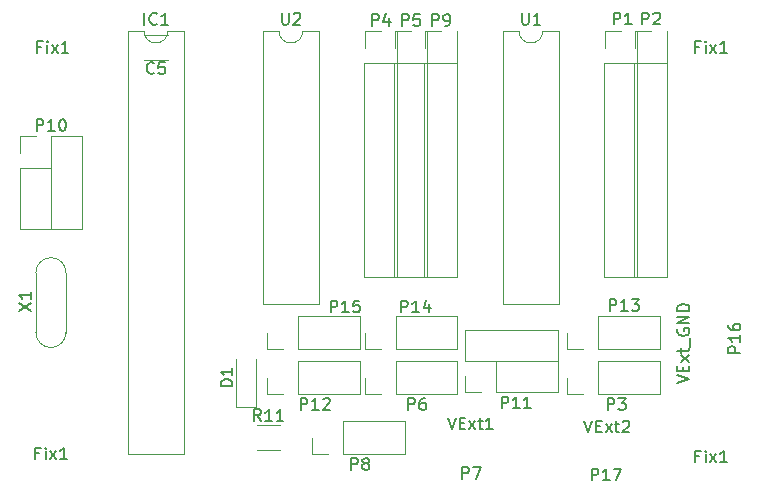
<source format=gbr>
G04 #@! TF.FileFunction,Legend,Top*
%FSLAX46Y46*%
G04 Gerber Fmt 4.6, Leading zero omitted, Abs format (unit mm)*
G04 Created by KiCad (PCBNEW 4.0.7) date 12/18/18 08:39:27*
%MOMM*%
%LPD*%
G01*
G04 APERTURE LIST*
%ADD10C,0.100000*%
%ADD11C,0.150000*%
%ADD12C,0.120000*%
G04 APERTURE END LIST*
D10*
D11*
X190206381Y-102059953D02*
X191206381Y-101726620D01*
X190206381Y-101393286D01*
X190682571Y-101059953D02*
X190682571Y-100726619D01*
X191206381Y-100583762D02*
X191206381Y-101059953D01*
X190206381Y-101059953D01*
X190206381Y-100583762D01*
X191206381Y-100250429D02*
X190539714Y-99726619D01*
X190539714Y-100250429D02*
X191206381Y-99726619D01*
X190539714Y-99488524D02*
X190539714Y-99107572D01*
X190206381Y-99345667D02*
X191063524Y-99345667D01*
X191158762Y-99298048D01*
X191206381Y-99202810D01*
X191206381Y-99107572D01*
X191301619Y-99012333D02*
X191301619Y-98250428D01*
X190254000Y-97488523D02*
X190206381Y-97583761D01*
X190206381Y-97726618D01*
X190254000Y-97869476D01*
X190349238Y-97964714D01*
X190444476Y-98012333D01*
X190634952Y-98059952D01*
X190777810Y-98059952D01*
X190968286Y-98012333D01*
X191063524Y-97964714D01*
X191158762Y-97869476D01*
X191206381Y-97726618D01*
X191206381Y-97631380D01*
X191158762Y-97488523D01*
X191111143Y-97440904D01*
X190777810Y-97440904D01*
X190777810Y-97631380D01*
X191206381Y-97012333D02*
X190206381Y-97012333D01*
X191206381Y-96440904D01*
X190206381Y-96440904D01*
X191206381Y-95964714D02*
X190206381Y-95964714D01*
X190206381Y-95726619D01*
X190254000Y-95583761D01*
X190349238Y-95488523D01*
X190444476Y-95440904D01*
X190634952Y-95393285D01*
X190777810Y-95393285D01*
X190968286Y-95440904D01*
X191063524Y-95488523D01*
X191158762Y-95583761D01*
X191206381Y-95726619D01*
X191206381Y-95964714D01*
X170767619Y-104989381D02*
X171100952Y-105989381D01*
X171434286Y-104989381D01*
X171767619Y-105465571D02*
X172100953Y-105465571D01*
X172243810Y-105989381D02*
X171767619Y-105989381D01*
X171767619Y-104989381D01*
X172243810Y-104989381D01*
X172577143Y-105989381D02*
X173100953Y-105322714D01*
X172577143Y-105322714D02*
X173100953Y-105989381D01*
X173339048Y-105322714D02*
X173720000Y-105322714D01*
X173481905Y-104989381D02*
X173481905Y-105846524D01*
X173529524Y-105941762D01*
X173624762Y-105989381D01*
X173720000Y-105989381D01*
X174577144Y-105989381D02*
X174005715Y-105989381D01*
X174291429Y-105989381D02*
X174291429Y-104989381D01*
X174196191Y-105132238D01*
X174100953Y-105227476D01*
X174005715Y-105275095D01*
X182324619Y-105243381D02*
X182657952Y-106243381D01*
X182991286Y-105243381D01*
X183324619Y-105719571D02*
X183657953Y-105719571D01*
X183800810Y-106243381D02*
X183324619Y-106243381D01*
X183324619Y-105243381D01*
X183800810Y-105243381D01*
X184134143Y-106243381D02*
X184657953Y-105576714D01*
X184134143Y-105576714D02*
X184657953Y-106243381D01*
X184896048Y-105576714D02*
X185277000Y-105576714D01*
X185038905Y-105243381D02*
X185038905Y-106100524D01*
X185086524Y-106195762D01*
X185181762Y-106243381D01*
X185277000Y-106243381D01*
X185562715Y-105338619D02*
X185610334Y-105291000D01*
X185705572Y-105243381D01*
X185943668Y-105243381D01*
X186038906Y-105291000D01*
X186086525Y-105338619D01*
X186134144Y-105433857D01*
X186134144Y-105529095D01*
X186086525Y-105671952D01*
X185515096Y-106243381D01*
X186134144Y-106243381D01*
D12*
X183515000Y-99180000D02*
X188715000Y-99180000D01*
X188715000Y-99180000D02*
X188715000Y-96400000D01*
X188715000Y-96400000D02*
X183515000Y-96400000D01*
X183515000Y-96400000D02*
X183515000Y-99180000D01*
X182245000Y-99180000D02*
X180855000Y-99180000D01*
X180855000Y-99180000D02*
X180855000Y-97790000D01*
X166370000Y-99180000D02*
X171570000Y-99180000D01*
X171570000Y-99180000D02*
X171570000Y-96400000D01*
X171570000Y-96400000D02*
X166370000Y-96400000D01*
X166370000Y-96400000D02*
X166370000Y-99180000D01*
X165100000Y-99180000D02*
X163710000Y-99180000D01*
X163710000Y-99180000D02*
X163710000Y-97790000D01*
X158115000Y-102990000D02*
X163315000Y-102990000D01*
X163315000Y-102990000D02*
X163315000Y-100210000D01*
X163315000Y-100210000D02*
X158115000Y-100210000D01*
X158115000Y-100210000D02*
X158115000Y-102990000D01*
X156845000Y-102990000D02*
X155455000Y-102990000D01*
X155455000Y-102990000D02*
X155455000Y-101600000D01*
X158115000Y-99180000D02*
X163315000Y-99180000D01*
X163315000Y-99180000D02*
X163315000Y-96400000D01*
X163315000Y-96400000D02*
X158115000Y-96400000D01*
X158115000Y-96400000D02*
X158115000Y-99180000D01*
X156845000Y-99180000D02*
X155455000Y-99180000D01*
X155455000Y-99180000D02*
X155455000Y-97790000D01*
X147050000Y-72640000D02*
X145050000Y-72640000D01*
X145050000Y-74680000D02*
X147050000Y-74680000D01*
X152820000Y-104100000D02*
X154520000Y-104100000D01*
X154520000Y-104050000D02*
X154520000Y-100000000D01*
X152820000Y-104050000D02*
X152820000Y-100000000D01*
X145050000Y-72270000D02*
X143680000Y-72270000D01*
X143680000Y-72270000D02*
X143680000Y-108070000D01*
X143680000Y-108070000D02*
X148420000Y-108070000D01*
X148420000Y-108070000D02*
X148420000Y-72270000D01*
X148420000Y-72270000D02*
X147050000Y-72270000D01*
X147050000Y-72270000D02*
G75*
G02X145050000Y-72270000I-1000000J0D01*
G01*
X183515000Y-102990000D02*
X188715000Y-102990000D01*
X188715000Y-102990000D02*
X188715000Y-100210000D01*
X188715000Y-100210000D02*
X183515000Y-100210000D01*
X183515000Y-100210000D02*
X183515000Y-102990000D01*
X182245000Y-102990000D02*
X180855000Y-102990000D01*
X180855000Y-102990000D02*
X180855000Y-101600000D01*
X166370000Y-102990000D02*
X171570000Y-102990000D01*
X171570000Y-102990000D02*
X171570000Y-100210000D01*
X171570000Y-100210000D02*
X166370000Y-100210000D01*
X166370000Y-100210000D02*
X166370000Y-102990000D01*
X165100000Y-102990000D02*
X163710000Y-102990000D01*
X163710000Y-102990000D02*
X163710000Y-101600000D01*
X161925000Y-108070000D02*
X167125000Y-108070000D01*
X167125000Y-108070000D02*
X167125000Y-105290000D01*
X167125000Y-105290000D02*
X161925000Y-105290000D01*
X161925000Y-105290000D02*
X161925000Y-108070000D01*
X160655000Y-108070000D02*
X159265000Y-108070000D01*
X159265000Y-108070000D02*
X159265000Y-106680000D01*
X137160000Y-83820000D02*
X137160000Y-89027000D01*
X134500000Y-83820000D02*
X134500000Y-89020000D01*
X134500000Y-89020000D02*
X139820000Y-89020000D01*
X139820000Y-89020000D02*
X139820000Y-81160000D01*
X139820000Y-81160000D02*
X137160000Y-81160000D01*
X137160000Y-81160000D02*
X137160000Y-83820000D01*
X137160000Y-83820000D02*
X134500000Y-83820000D01*
X134500000Y-82550000D02*
X134500000Y-81160000D01*
X134500000Y-81160000D02*
X135890000Y-81160000D01*
X174879000Y-100203000D02*
X180086000Y-100203000D01*
X174879000Y-102863000D02*
X180079000Y-102863000D01*
X180079000Y-102863000D02*
X180079000Y-97543000D01*
X180079000Y-97543000D02*
X172219000Y-97543000D01*
X172219000Y-97543000D02*
X172219000Y-100203000D01*
X172219000Y-100203000D02*
X174879000Y-100203000D01*
X174879000Y-100203000D02*
X174879000Y-102863000D01*
X173609000Y-102863000D02*
X172219000Y-102863000D01*
X172219000Y-102863000D02*
X172219000Y-101473000D01*
X156575000Y-107750000D02*
X154575000Y-107750000D01*
X154575000Y-105610000D02*
X156575000Y-105610000D01*
X176800000Y-72270000D02*
X175430000Y-72270000D01*
X175430000Y-72270000D02*
X175430000Y-95370000D01*
X175430000Y-95370000D02*
X180170000Y-95370000D01*
X180170000Y-95370000D02*
X180170000Y-72270000D01*
X180170000Y-72270000D02*
X178800000Y-72270000D01*
X178800000Y-72270000D02*
G75*
G02X176800000Y-72270000I-1000000J0D01*
G01*
X156480000Y-72270000D02*
X155110000Y-72270000D01*
X155110000Y-72270000D02*
X155110000Y-95370000D01*
X155110000Y-95370000D02*
X159850000Y-95370000D01*
X159850000Y-95370000D02*
X159850000Y-72270000D01*
X159850000Y-72270000D02*
X158480000Y-72270000D01*
X158480000Y-72270000D02*
G75*
G02X156480000Y-72270000I-1000000J0D01*
G01*
D10*
X135890000Y-97790000D02*
X135890000Y-92710000D01*
X138430000Y-97790000D02*
X138430000Y-92710000D01*
X137160000Y-99060000D02*
G75*
G03X138430000Y-97790000I0J1270000D01*
G01*
X135890000Y-97790000D02*
G75*
G03X137160000Y-99060000I1270000J0D01*
G01*
X137160000Y-91440000D02*
G75*
G03X135890000Y-92710000I0J-1270000D01*
G01*
X138430000Y-92710000D02*
G75*
G03X137160000Y-91440000I-1270000J0D01*
G01*
X184023000Y-90805000D02*
X184023000Y-93091000D01*
X184023000Y-93091000D02*
X186817000Y-93091000D01*
X186817000Y-93091000D02*
X186817000Y-90805000D01*
X184023000Y-90805000D02*
X184023000Y-74930000D01*
X186817000Y-90805000D02*
X186817000Y-72263000D01*
D12*
X186810000Y-74930000D02*
X184030000Y-74930000D01*
X184030000Y-73660000D02*
X184030000Y-72270000D01*
X184030000Y-72270000D02*
X185420000Y-72270000D01*
D10*
X186563000Y-90805000D02*
X186563000Y-93091000D01*
X186563000Y-93091000D02*
X189357000Y-93091000D01*
X189357000Y-93091000D02*
X189357000Y-90805000D01*
X186563000Y-90805000D02*
X186563000Y-74930000D01*
X189357000Y-90805000D02*
X189357000Y-72263000D01*
D12*
X189350000Y-74930000D02*
X186570000Y-74930000D01*
X186570000Y-73660000D02*
X186570000Y-72270000D01*
X186570000Y-72270000D02*
X187960000Y-72270000D01*
D10*
X163703000Y-90805000D02*
X163703000Y-93091000D01*
X163703000Y-93091000D02*
X166497000Y-93091000D01*
X166497000Y-93091000D02*
X166497000Y-90805000D01*
X163703000Y-90805000D02*
X163703000Y-74930000D01*
X166497000Y-90805000D02*
X166497000Y-72263000D01*
D12*
X166490000Y-74930000D02*
X163710000Y-74930000D01*
X163710000Y-73660000D02*
X163710000Y-72270000D01*
X163710000Y-72270000D02*
X165100000Y-72270000D01*
D10*
X166243000Y-90805000D02*
X166243000Y-93091000D01*
X166243000Y-93091000D02*
X169037000Y-93091000D01*
X169037000Y-93091000D02*
X169037000Y-90805000D01*
X166243000Y-90805000D02*
X166243000Y-74930000D01*
X169037000Y-90805000D02*
X169037000Y-72263000D01*
D12*
X169030000Y-74930000D02*
X166250000Y-74930000D01*
X166250000Y-73660000D02*
X166250000Y-72270000D01*
X166250000Y-72270000D02*
X167640000Y-72270000D01*
D10*
X168783000Y-90805000D02*
X168783000Y-93091000D01*
X168783000Y-93091000D02*
X171577000Y-93091000D01*
X171577000Y-93091000D02*
X171577000Y-90805000D01*
X168783000Y-90805000D02*
X168783000Y-74930000D01*
X171577000Y-90805000D02*
X171577000Y-72263000D01*
D12*
X171570000Y-74930000D02*
X168790000Y-74930000D01*
X168790000Y-73660000D02*
X168790000Y-72270000D01*
X168790000Y-72270000D02*
X170180000Y-72270000D01*
D11*
X184459714Y-95956381D02*
X184459714Y-94956381D01*
X184840667Y-94956381D01*
X184935905Y-95004000D01*
X184983524Y-95051619D01*
X185031143Y-95146857D01*
X185031143Y-95289714D01*
X184983524Y-95384952D01*
X184935905Y-95432571D01*
X184840667Y-95480190D01*
X184459714Y-95480190D01*
X185983524Y-95956381D02*
X185412095Y-95956381D01*
X185697809Y-95956381D02*
X185697809Y-94956381D01*
X185602571Y-95099238D01*
X185507333Y-95194476D01*
X185412095Y-95242095D01*
X186316857Y-94956381D02*
X186935905Y-94956381D01*
X186602571Y-95337333D01*
X186745429Y-95337333D01*
X186840667Y-95384952D01*
X186888286Y-95432571D01*
X186935905Y-95527810D01*
X186935905Y-95765905D01*
X186888286Y-95861143D01*
X186840667Y-95908762D01*
X186745429Y-95956381D01*
X186459714Y-95956381D01*
X186364476Y-95908762D01*
X186316857Y-95861143D01*
X166806714Y-96083381D02*
X166806714Y-95083381D01*
X167187667Y-95083381D01*
X167282905Y-95131000D01*
X167330524Y-95178619D01*
X167378143Y-95273857D01*
X167378143Y-95416714D01*
X167330524Y-95511952D01*
X167282905Y-95559571D01*
X167187667Y-95607190D01*
X166806714Y-95607190D01*
X168330524Y-96083381D02*
X167759095Y-96083381D01*
X168044809Y-96083381D02*
X168044809Y-95083381D01*
X167949571Y-95226238D01*
X167854333Y-95321476D01*
X167759095Y-95369095D01*
X169187667Y-95416714D02*
X169187667Y-96083381D01*
X168949571Y-95035762D02*
X168711476Y-95750048D01*
X169330524Y-95750048D01*
X158297714Y-104338381D02*
X158297714Y-103338381D01*
X158678667Y-103338381D01*
X158773905Y-103386000D01*
X158821524Y-103433619D01*
X158869143Y-103528857D01*
X158869143Y-103671714D01*
X158821524Y-103766952D01*
X158773905Y-103814571D01*
X158678667Y-103862190D01*
X158297714Y-103862190D01*
X159821524Y-104338381D02*
X159250095Y-104338381D01*
X159535809Y-104338381D02*
X159535809Y-103338381D01*
X159440571Y-103481238D01*
X159345333Y-103576476D01*
X159250095Y-103624095D01*
X160202476Y-103433619D02*
X160250095Y-103386000D01*
X160345333Y-103338381D01*
X160583429Y-103338381D01*
X160678667Y-103386000D01*
X160726286Y-103433619D01*
X160773905Y-103528857D01*
X160773905Y-103624095D01*
X160726286Y-103766952D01*
X160154857Y-104338381D01*
X160773905Y-104338381D01*
X136183810Y-108005571D02*
X135850476Y-108005571D01*
X135850476Y-108529381D02*
X135850476Y-107529381D01*
X136326667Y-107529381D01*
X136707619Y-108529381D02*
X136707619Y-107862714D01*
X136707619Y-107529381D02*
X136660000Y-107577000D01*
X136707619Y-107624619D01*
X136755238Y-107577000D01*
X136707619Y-107529381D01*
X136707619Y-107624619D01*
X137088571Y-108529381D02*
X137612381Y-107862714D01*
X137088571Y-107862714D02*
X137612381Y-108529381D01*
X138517143Y-108529381D02*
X137945714Y-108529381D01*
X138231428Y-108529381D02*
X138231428Y-107529381D01*
X138136190Y-107672238D01*
X138040952Y-107767476D01*
X137945714Y-107815095D01*
X136310810Y-73588571D02*
X135977476Y-73588571D01*
X135977476Y-74112381D02*
X135977476Y-73112381D01*
X136453667Y-73112381D01*
X136834619Y-74112381D02*
X136834619Y-73445714D01*
X136834619Y-73112381D02*
X136787000Y-73160000D01*
X136834619Y-73207619D01*
X136882238Y-73160000D01*
X136834619Y-73112381D01*
X136834619Y-73207619D01*
X137215571Y-74112381D02*
X137739381Y-73445714D01*
X137215571Y-73445714D02*
X137739381Y-74112381D01*
X138644143Y-74112381D02*
X138072714Y-74112381D01*
X138358428Y-74112381D02*
X138358428Y-73112381D01*
X138263190Y-73255238D01*
X138167952Y-73350476D01*
X138072714Y-73398095D01*
X192063810Y-73588571D02*
X191730476Y-73588571D01*
X191730476Y-74112381D02*
X191730476Y-73112381D01*
X192206667Y-73112381D01*
X192587619Y-74112381D02*
X192587619Y-73445714D01*
X192587619Y-73112381D02*
X192540000Y-73160000D01*
X192587619Y-73207619D01*
X192635238Y-73160000D01*
X192587619Y-73112381D01*
X192587619Y-73207619D01*
X192968571Y-74112381D02*
X193492381Y-73445714D01*
X192968571Y-73445714D02*
X193492381Y-74112381D01*
X194397143Y-74112381D02*
X193825714Y-74112381D01*
X194111428Y-74112381D02*
X194111428Y-73112381D01*
X194016190Y-73255238D01*
X193920952Y-73350476D01*
X193825714Y-73398095D01*
X160837714Y-96083381D02*
X160837714Y-95083381D01*
X161218667Y-95083381D01*
X161313905Y-95131000D01*
X161361524Y-95178619D01*
X161409143Y-95273857D01*
X161409143Y-95416714D01*
X161361524Y-95511952D01*
X161313905Y-95559571D01*
X161218667Y-95607190D01*
X160837714Y-95607190D01*
X162361524Y-96083381D02*
X161790095Y-96083381D01*
X162075809Y-96083381D02*
X162075809Y-95083381D01*
X161980571Y-95226238D01*
X161885333Y-95321476D01*
X161790095Y-95369095D01*
X163266286Y-95083381D02*
X162790095Y-95083381D01*
X162742476Y-95559571D01*
X162790095Y-95511952D01*
X162885333Y-95464333D01*
X163123429Y-95464333D01*
X163218667Y-95511952D01*
X163266286Y-95559571D01*
X163313905Y-95654810D01*
X163313905Y-95892905D01*
X163266286Y-95988143D01*
X163218667Y-96035762D01*
X163123429Y-96083381D01*
X162885333Y-96083381D01*
X162790095Y-96035762D01*
X162742476Y-95988143D01*
X192063810Y-108259571D02*
X191730476Y-108259571D01*
X191730476Y-108783381D02*
X191730476Y-107783381D01*
X192206667Y-107783381D01*
X192587619Y-108783381D02*
X192587619Y-108116714D01*
X192587619Y-107783381D02*
X192540000Y-107831000D01*
X192587619Y-107878619D01*
X192635238Y-107831000D01*
X192587619Y-107783381D01*
X192587619Y-107878619D01*
X192968571Y-108783381D02*
X193492381Y-108116714D01*
X192968571Y-108116714D02*
X193492381Y-108783381D01*
X194397143Y-108783381D02*
X193825714Y-108783381D01*
X194111428Y-108783381D02*
X194111428Y-107783381D01*
X194016190Y-107926238D01*
X193920952Y-108021476D01*
X193825714Y-108069095D01*
X145883334Y-75795143D02*
X145835715Y-75842762D01*
X145692858Y-75890381D01*
X145597620Y-75890381D01*
X145454762Y-75842762D01*
X145359524Y-75747524D01*
X145311905Y-75652286D01*
X145264286Y-75461810D01*
X145264286Y-75318952D01*
X145311905Y-75128476D01*
X145359524Y-75033238D01*
X145454762Y-74938000D01*
X145597620Y-74890381D01*
X145692858Y-74890381D01*
X145835715Y-74938000D01*
X145883334Y-74985619D01*
X146788096Y-74890381D02*
X146311905Y-74890381D01*
X146264286Y-75366571D01*
X146311905Y-75318952D01*
X146407143Y-75271333D01*
X146645239Y-75271333D01*
X146740477Y-75318952D01*
X146788096Y-75366571D01*
X146835715Y-75461810D01*
X146835715Y-75699905D01*
X146788096Y-75795143D01*
X146740477Y-75842762D01*
X146645239Y-75890381D01*
X146407143Y-75890381D01*
X146311905Y-75842762D01*
X146264286Y-75795143D01*
X152522381Y-102338095D02*
X151522381Y-102338095D01*
X151522381Y-102100000D01*
X151570000Y-101957142D01*
X151665238Y-101861904D01*
X151760476Y-101814285D01*
X151950952Y-101766666D01*
X152093810Y-101766666D01*
X152284286Y-101814285D01*
X152379524Y-101861904D01*
X152474762Y-101957142D01*
X152522381Y-102100000D01*
X152522381Y-102338095D01*
X152522381Y-100814285D02*
X152522381Y-101385714D01*
X152522381Y-101100000D02*
X151522381Y-101100000D01*
X151665238Y-101195238D01*
X151760476Y-101290476D01*
X151808095Y-101385714D01*
X145073810Y-71722381D02*
X145073810Y-70722381D01*
X146121429Y-71627143D02*
X146073810Y-71674762D01*
X145930953Y-71722381D01*
X145835715Y-71722381D01*
X145692857Y-71674762D01*
X145597619Y-71579524D01*
X145550000Y-71484286D01*
X145502381Y-71293810D01*
X145502381Y-71150952D01*
X145550000Y-70960476D01*
X145597619Y-70865238D01*
X145692857Y-70770000D01*
X145835715Y-70722381D01*
X145930953Y-70722381D01*
X146073810Y-70770000D01*
X146121429Y-70817619D01*
X147073810Y-71722381D02*
X146502381Y-71722381D01*
X146788095Y-71722381D02*
X146788095Y-70722381D01*
X146692857Y-70865238D01*
X146597619Y-70960476D01*
X146502381Y-71008095D01*
X184300905Y-104338381D02*
X184300905Y-103338381D01*
X184681858Y-103338381D01*
X184777096Y-103386000D01*
X184824715Y-103433619D01*
X184872334Y-103528857D01*
X184872334Y-103671714D01*
X184824715Y-103766952D01*
X184777096Y-103814571D01*
X184681858Y-103862190D01*
X184300905Y-103862190D01*
X185205667Y-103338381D02*
X185824715Y-103338381D01*
X185491381Y-103719333D01*
X185634239Y-103719333D01*
X185729477Y-103766952D01*
X185777096Y-103814571D01*
X185824715Y-103909810D01*
X185824715Y-104147905D01*
X185777096Y-104243143D01*
X185729477Y-104290762D01*
X185634239Y-104338381D01*
X185348524Y-104338381D01*
X185253286Y-104290762D01*
X185205667Y-104243143D01*
X167409905Y-104338381D02*
X167409905Y-103338381D01*
X167790858Y-103338381D01*
X167886096Y-103386000D01*
X167933715Y-103433619D01*
X167981334Y-103528857D01*
X167981334Y-103671714D01*
X167933715Y-103766952D01*
X167886096Y-103814571D01*
X167790858Y-103862190D01*
X167409905Y-103862190D01*
X168838477Y-103338381D02*
X168648000Y-103338381D01*
X168552762Y-103386000D01*
X168505143Y-103433619D01*
X168409905Y-103576476D01*
X168362286Y-103766952D01*
X168362286Y-104147905D01*
X168409905Y-104243143D01*
X168457524Y-104290762D01*
X168552762Y-104338381D01*
X168743239Y-104338381D01*
X168838477Y-104290762D01*
X168886096Y-104243143D01*
X168933715Y-104147905D01*
X168933715Y-103909810D01*
X168886096Y-103814571D01*
X168838477Y-103766952D01*
X168743239Y-103719333D01*
X168552762Y-103719333D01*
X168457524Y-103766952D01*
X168409905Y-103814571D01*
X168362286Y-103909810D01*
X171981905Y-110180381D02*
X171981905Y-109180381D01*
X172362858Y-109180381D01*
X172458096Y-109228000D01*
X172505715Y-109275619D01*
X172553334Y-109370857D01*
X172553334Y-109513714D01*
X172505715Y-109608952D01*
X172458096Y-109656571D01*
X172362858Y-109704190D01*
X171981905Y-109704190D01*
X172886667Y-109180381D02*
X173553334Y-109180381D01*
X173124762Y-110180381D01*
X162583905Y-109418381D02*
X162583905Y-108418381D01*
X162964858Y-108418381D01*
X163060096Y-108466000D01*
X163107715Y-108513619D01*
X163155334Y-108608857D01*
X163155334Y-108751714D01*
X163107715Y-108846952D01*
X163060096Y-108894571D01*
X162964858Y-108942190D01*
X162583905Y-108942190D01*
X163726762Y-108846952D02*
X163631524Y-108799333D01*
X163583905Y-108751714D01*
X163536286Y-108656476D01*
X163536286Y-108608857D01*
X163583905Y-108513619D01*
X163631524Y-108466000D01*
X163726762Y-108418381D01*
X163917239Y-108418381D01*
X164012477Y-108466000D01*
X164060096Y-108513619D01*
X164107715Y-108608857D01*
X164107715Y-108656476D01*
X164060096Y-108751714D01*
X164012477Y-108799333D01*
X163917239Y-108846952D01*
X163726762Y-108846952D01*
X163631524Y-108894571D01*
X163583905Y-108942190D01*
X163536286Y-109037429D01*
X163536286Y-109227905D01*
X163583905Y-109323143D01*
X163631524Y-109370762D01*
X163726762Y-109418381D01*
X163917239Y-109418381D01*
X164012477Y-109370762D01*
X164060096Y-109323143D01*
X164107715Y-109227905D01*
X164107715Y-109037429D01*
X164060096Y-108942190D01*
X164012477Y-108894571D01*
X163917239Y-108846952D01*
X135945714Y-80716381D02*
X135945714Y-79716381D01*
X136326667Y-79716381D01*
X136421905Y-79764000D01*
X136469524Y-79811619D01*
X136517143Y-79906857D01*
X136517143Y-80049714D01*
X136469524Y-80144952D01*
X136421905Y-80192571D01*
X136326667Y-80240190D01*
X135945714Y-80240190D01*
X137469524Y-80716381D02*
X136898095Y-80716381D01*
X137183809Y-80716381D02*
X137183809Y-79716381D01*
X137088571Y-79859238D01*
X136993333Y-79954476D01*
X136898095Y-80002095D01*
X138088571Y-79716381D02*
X138183810Y-79716381D01*
X138279048Y-79764000D01*
X138326667Y-79811619D01*
X138374286Y-79906857D01*
X138421905Y-80097333D01*
X138421905Y-80335429D01*
X138374286Y-80525905D01*
X138326667Y-80621143D01*
X138279048Y-80668762D01*
X138183810Y-80716381D01*
X138088571Y-80716381D01*
X137993333Y-80668762D01*
X137945714Y-80621143D01*
X137898095Y-80525905D01*
X137850476Y-80335429D01*
X137850476Y-80097333D01*
X137898095Y-79906857D01*
X137945714Y-79811619D01*
X137993333Y-79764000D01*
X138088571Y-79716381D01*
X175315714Y-104211381D02*
X175315714Y-103211381D01*
X175696667Y-103211381D01*
X175791905Y-103259000D01*
X175839524Y-103306619D01*
X175887143Y-103401857D01*
X175887143Y-103544714D01*
X175839524Y-103639952D01*
X175791905Y-103687571D01*
X175696667Y-103735190D01*
X175315714Y-103735190D01*
X176839524Y-104211381D02*
X176268095Y-104211381D01*
X176553809Y-104211381D02*
X176553809Y-103211381D01*
X176458571Y-103354238D01*
X176363333Y-103449476D01*
X176268095Y-103497095D01*
X177791905Y-104211381D02*
X177220476Y-104211381D01*
X177506190Y-104211381D02*
X177506190Y-103211381D01*
X177410952Y-103354238D01*
X177315714Y-103449476D01*
X177220476Y-103497095D01*
X195524381Y-99512286D02*
X194524381Y-99512286D01*
X194524381Y-99131333D01*
X194572000Y-99036095D01*
X194619619Y-98988476D01*
X194714857Y-98940857D01*
X194857714Y-98940857D01*
X194952952Y-98988476D01*
X195000571Y-99036095D01*
X195048190Y-99131333D01*
X195048190Y-99512286D01*
X195524381Y-97988476D02*
X195524381Y-98559905D01*
X195524381Y-98274191D02*
X194524381Y-98274191D01*
X194667238Y-98369429D01*
X194762476Y-98464667D01*
X194810095Y-98559905D01*
X194524381Y-97131333D02*
X194524381Y-97321810D01*
X194572000Y-97417048D01*
X194619619Y-97464667D01*
X194762476Y-97559905D01*
X194952952Y-97607524D01*
X195333905Y-97607524D01*
X195429143Y-97559905D01*
X195476762Y-97512286D01*
X195524381Y-97417048D01*
X195524381Y-97226571D01*
X195476762Y-97131333D01*
X195429143Y-97083714D01*
X195333905Y-97036095D01*
X195095810Y-97036095D01*
X195000571Y-97083714D01*
X194952952Y-97131333D01*
X194905333Y-97226571D01*
X194905333Y-97417048D01*
X194952952Y-97512286D01*
X195000571Y-97559905D01*
X195095810Y-97607524D01*
X182935714Y-110307381D02*
X182935714Y-109307381D01*
X183316667Y-109307381D01*
X183411905Y-109355000D01*
X183459524Y-109402619D01*
X183507143Y-109497857D01*
X183507143Y-109640714D01*
X183459524Y-109735952D01*
X183411905Y-109783571D01*
X183316667Y-109831190D01*
X182935714Y-109831190D01*
X184459524Y-110307381D02*
X183888095Y-110307381D01*
X184173809Y-110307381D02*
X184173809Y-109307381D01*
X184078571Y-109450238D01*
X183983333Y-109545476D01*
X183888095Y-109593095D01*
X184792857Y-109307381D02*
X185459524Y-109307381D01*
X185030952Y-110307381D01*
X154932143Y-105282381D02*
X154598809Y-104806190D01*
X154360714Y-105282381D02*
X154360714Y-104282381D01*
X154741667Y-104282381D01*
X154836905Y-104330000D01*
X154884524Y-104377619D01*
X154932143Y-104472857D01*
X154932143Y-104615714D01*
X154884524Y-104710952D01*
X154836905Y-104758571D01*
X154741667Y-104806190D01*
X154360714Y-104806190D01*
X155884524Y-105282381D02*
X155313095Y-105282381D01*
X155598809Y-105282381D02*
X155598809Y-104282381D01*
X155503571Y-104425238D01*
X155408333Y-104520476D01*
X155313095Y-104568095D01*
X156836905Y-105282381D02*
X156265476Y-105282381D01*
X156551190Y-105282381D02*
X156551190Y-104282381D01*
X156455952Y-104425238D01*
X156360714Y-104520476D01*
X156265476Y-104568095D01*
X177038095Y-70722381D02*
X177038095Y-71531905D01*
X177085714Y-71627143D01*
X177133333Y-71674762D01*
X177228571Y-71722381D01*
X177419048Y-71722381D01*
X177514286Y-71674762D01*
X177561905Y-71627143D01*
X177609524Y-71531905D01*
X177609524Y-70722381D01*
X178609524Y-71722381D02*
X178038095Y-71722381D01*
X178323809Y-71722381D02*
X178323809Y-70722381D01*
X178228571Y-70865238D01*
X178133333Y-70960476D01*
X178038095Y-71008095D01*
X156718095Y-70722381D02*
X156718095Y-71531905D01*
X156765714Y-71627143D01*
X156813333Y-71674762D01*
X156908571Y-71722381D01*
X157099048Y-71722381D01*
X157194286Y-71674762D01*
X157241905Y-71627143D01*
X157289524Y-71531905D01*
X157289524Y-70722381D01*
X157718095Y-70817619D02*
X157765714Y-70770000D01*
X157860952Y-70722381D01*
X158099048Y-70722381D01*
X158194286Y-70770000D01*
X158241905Y-70817619D01*
X158289524Y-70912857D01*
X158289524Y-71008095D01*
X158241905Y-71150952D01*
X157670476Y-71722381D01*
X158289524Y-71722381D01*
X134453381Y-95932524D02*
X135453381Y-95265857D01*
X134453381Y-95265857D02*
X135453381Y-95932524D01*
X135453381Y-94361095D02*
X135453381Y-94932524D01*
X135453381Y-94646810D02*
X134453381Y-94646810D01*
X134596238Y-94742048D01*
X134691476Y-94837286D01*
X134739095Y-94932524D01*
X184808905Y-71699381D02*
X184808905Y-70699381D01*
X185189858Y-70699381D01*
X185285096Y-70747000D01*
X185332715Y-70794619D01*
X185380334Y-70889857D01*
X185380334Y-71032714D01*
X185332715Y-71127952D01*
X185285096Y-71175571D01*
X185189858Y-71223190D01*
X184808905Y-71223190D01*
X186332715Y-71699381D02*
X185761286Y-71699381D01*
X186047000Y-71699381D02*
X186047000Y-70699381D01*
X185951762Y-70842238D01*
X185856524Y-70937476D01*
X185761286Y-70985095D01*
X187221905Y-71699381D02*
X187221905Y-70699381D01*
X187602858Y-70699381D01*
X187698096Y-70747000D01*
X187745715Y-70794619D01*
X187793334Y-70889857D01*
X187793334Y-71032714D01*
X187745715Y-71127952D01*
X187698096Y-71175571D01*
X187602858Y-71223190D01*
X187221905Y-71223190D01*
X188174286Y-70794619D02*
X188221905Y-70747000D01*
X188317143Y-70699381D01*
X188555239Y-70699381D01*
X188650477Y-70747000D01*
X188698096Y-70794619D01*
X188745715Y-70889857D01*
X188745715Y-70985095D01*
X188698096Y-71127952D01*
X188126667Y-71699381D01*
X188745715Y-71699381D01*
X164361905Y-71826381D02*
X164361905Y-70826381D01*
X164742858Y-70826381D01*
X164838096Y-70874000D01*
X164885715Y-70921619D01*
X164933334Y-71016857D01*
X164933334Y-71159714D01*
X164885715Y-71254952D01*
X164838096Y-71302571D01*
X164742858Y-71350190D01*
X164361905Y-71350190D01*
X165790477Y-71159714D02*
X165790477Y-71826381D01*
X165552381Y-70778762D02*
X165314286Y-71493048D01*
X165933334Y-71493048D01*
X166901905Y-71826381D02*
X166901905Y-70826381D01*
X167282858Y-70826381D01*
X167378096Y-70874000D01*
X167425715Y-70921619D01*
X167473334Y-71016857D01*
X167473334Y-71159714D01*
X167425715Y-71254952D01*
X167378096Y-71302571D01*
X167282858Y-71350190D01*
X166901905Y-71350190D01*
X168378096Y-70826381D02*
X167901905Y-70826381D01*
X167854286Y-71302571D01*
X167901905Y-71254952D01*
X167997143Y-71207333D01*
X168235239Y-71207333D01*
X168330477Y-71254952D01*
X168378096Y-71302571D01*
X168425715Y-71397810D01*
X168425715Y-71635905D01*
X168378096Y-71731143D01*
X168330477Y-71778762D01*
X168235239Y-71826381D01*
X167997143Y-71826381D01*
X167901905Y-71778762D01*
X167854286Y-71731143D01*
X169441905Y-71826381D02*
X169441905Y-70826381D01*
X169822858Y-70826381D01*
X169918096Y-70874000D01*
X169965715Y-70921619D01*
X170013334Y-71016857D01*
X170013334Y-71159714D01*
X169965715Y-71254952D01*
X169918096Y-71302571D01*
X169822858Y-71350190D01*
X169441905Y-71350190D01*
X170489524Y-71826381D02*
X170680000Y-71826381D01*
X170775239Y-71778762D01*
X170822858Y-71731143D01*
X170918096Y-71588286D01*
X170965715Y-71397810D01*
X170965715Y-71016857D01*
X170918096Y-70921619D01*
X170870477Y-70874000D01*
X170775239Y-70826381D01*
X170584762Y-70826381D01*
X170489524Y-70874000D01*
X170441905Y-70921619D01*
X170394286Y-71016857D01*
X170394286Y-71254952D01*
X170441905Y-71350190D01*
X170489524Y-71397810D01*
X170584762Y-71445429D01*
X170775239Y-71445429D01*
X170870477Y-71397810D01*
X170918096Y-71350190D01*
X170965715Y-71254952D01*
M02*

</source>
